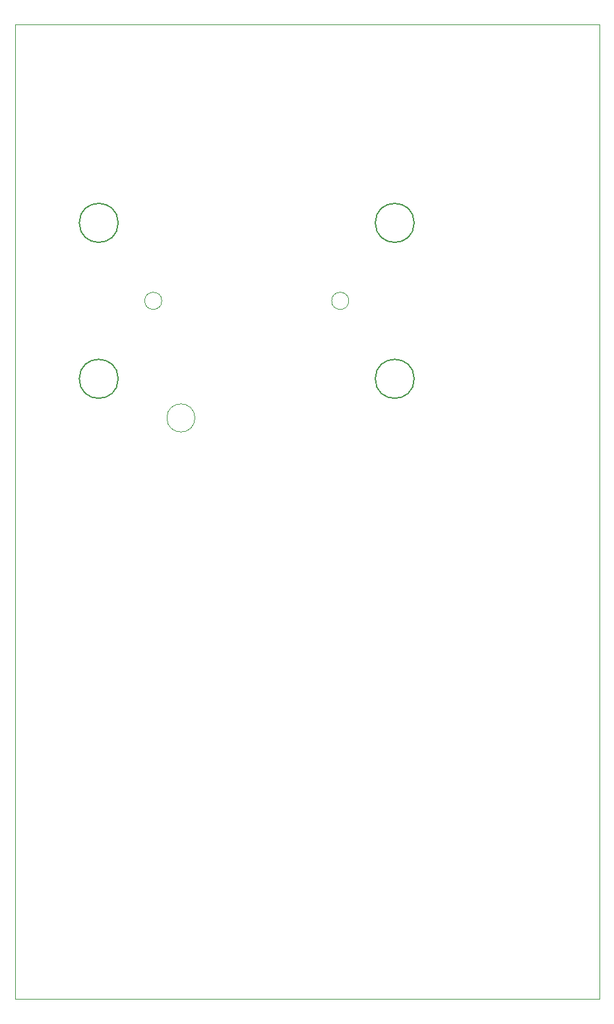
<source format=gbr>
%TF.GenerationSoftware,KiCad,Pcbnew,8.0.8*%
%TF.CreationDate,2025-01-27T11:22:29-05:00*%
%TF.ProjectId,Passive Cap Bank V1,50617373-6976-4652-9043-61702042616e,1.0*%
%TF.SameCoordinates,Original*%
%TF.FileFunction,Profile,NP*%
%FSLAX46Y46*%
G04 Gerber Fmt 4.6, Leading zero omitted, Abs format (unit mm)*
G04 Created by KiCad (PCBNEW 8.0.8) date 2025-01-27 11:22:29*
%MOMM*%
%LPD*%
G01*
G04 APERTURE LIST*
%TA.AperFunction,Profile*%
%ADD10C,0.200000*%
%TD*%
%TA.AperFunction,Profile*%
%ADD11C,0.100000*%
%TD*%
%TA.AperFunction,Profile*%
%ADD12C,0.050000*%
%TD*%
G04 APERTURE END LIST*
D10*
X63246000Y-95438000D02*
G75*
G02*
X58246000Y-95438000I-2500000J0D01*
G01*
X58246000Y-95438000D02*
G75*
G02*
X63246000Y-95438000I2500000J0D01*
G01*
D11*
X73092000Y-100456000D02*
G75*
G02*
X69492000Y-100456000I-1800000J0D01*
G01*
X69492000Y-100456000D02*
G75*
G02*
X73092000Y-100456000I1800000J0D01*
G01*
D10*
X101246000Y-75438000D02*
G75*
G02*
X96246000Y-75438000I-2500000J0D01*
G01*
X96246000Y-75438000D02*
G75*
G02*
X101246000Y-75438000I2500000J0D01*
G01*
D11*
X50000000Y-50000000D02*
X125000000Y-50000000D01*
X125000000Y-175000000D01*
X50000000Y-175000000D01*
X50000000Y-50000000D01*
D12*
X92846000Y-85438000D02*
G75*
G02*
X90646000Y-85438000I-1100000J0D01*
G01*
X90646000Y-85438000D02*
G75*
G02*
X92846000Y-85438000I1100000J0D01*
G01*
X68846000Y-85438000D02*
G75*
G02*
X66646000Y-85438000I-1100000J0D01*
G01*
X66646000Y-85438000D02*
G75*
G02*
X68846000Y-85438000I1100000J0D01*
G01*
D10*
X101246000Y-95438000D02*
G75*
G02*
X96246000Y-95438000I-2500000J0D01*
G01*
X96246000Y-95438000D02*
G75*
G02*
X101246000Y-95438000I2500000J0D01*
G01*
X63246000Y-75438000D02*
G75*
G02*
X58246000Y-75438000I-2500000J0D01*
G01*
X58246000Y-75438000D02*
G75*
G02*
X63246000Y-75438000I2500000J0D01*
G01*
M02*

</source>
